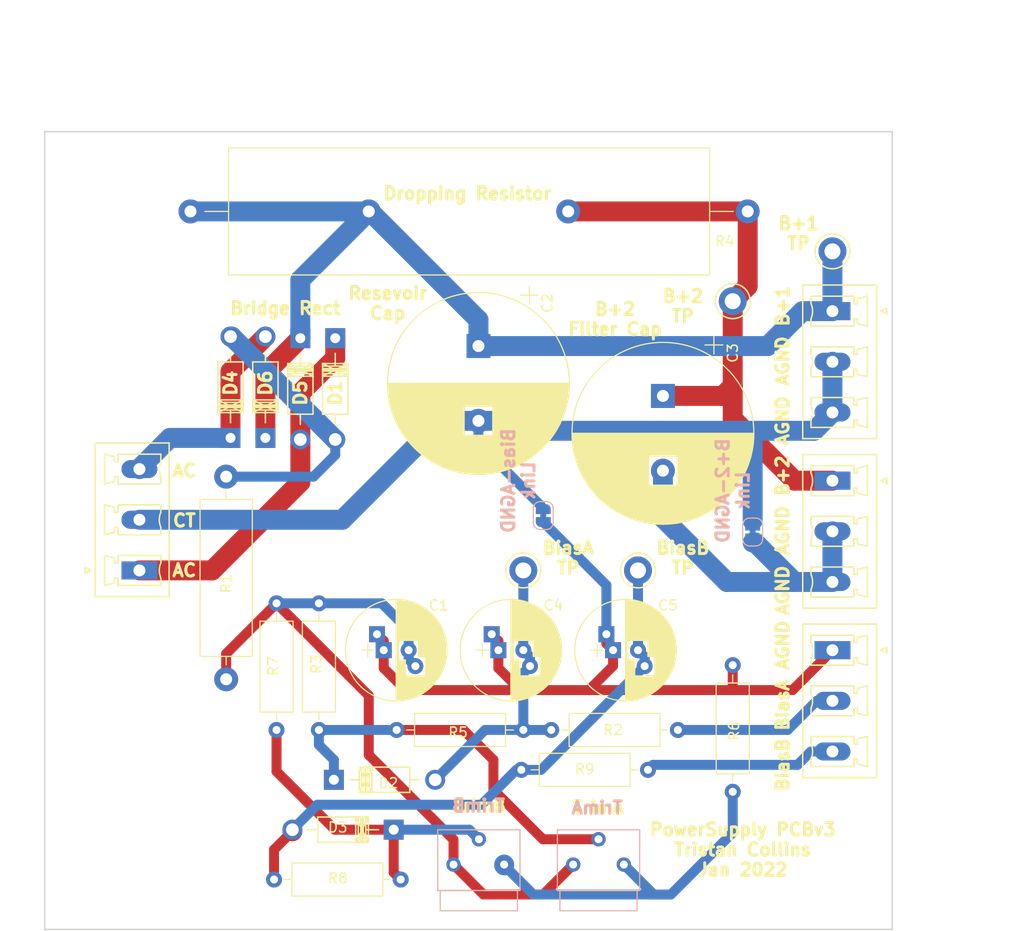
<source format=kicad_pcb>
(kicad_pcb (version 20211014) (generator pcbnew)
  (layers (0 "F.Cu" signal) (31 "B.Cu" signal) (34 "B.Paste" user) (35 "F.Paste" user) (36 "B.SilkS" user "B.Silkscreen") (37 "F.SilkS" user "F.Silkscreen") (38 "B.Mask" user) (39 "F.Mask" user) (44 "Edge.Cuts" user))
  (net 0 "")
  (net 1 "Net-(C1-Pad2)")
  (net 2 "BiasA")
  (net 3 "BiasB")
  (net 4 "Net-(D1-Pad2)")
  (net 5 "Net-(D2-Pad1)")
  (net 6 "Net-(D3-Pad1)")
  (net 7 "Net-(R6-Pad2)")
  (net 8 "Net-(D1-Pad1)")
  (net 9 "/B+1")
  (net 10 "/B+2")
  (net 11 "Net-(C3-Pad2)")
  (net 12 "Net-(C1-Pad1)")
  (net 13 "Net-(C2-Pad2)")
  (net 14 "Net-(D4-Pad1)")
  (net 15 "Net-(C4-Pad2)")
  (net 16 "Net-(C5-Pad2)")
  (footprint "Connectors_Phoenix:PhoenixContact_MCV-G_03x5.08mm_Vertical" (layer "F.Cu") (at 129 53 -90)
    (fp_text reference "J2" hide)
    (fp_text value "Screw_Terminal_1x03")
    (pad "1" thru_hole rect locked (at 0 0 270) (size 1.8 3.6) (drill 1.2) (layers *.Cu *.Mask) (net 9 "/B+1"))
    (pad "2" thru_hole oval locked (at 5.08 0 270) (size 1.8 3.6) (drill 1.2) (layers *.Cu *.Mask) (net 13 "Net-(C2-Pad2)"))
    (pad "3" thru_hole oval locked (at 10.16 0 270) (size 1.8 3.6) (drill 1.2) (layers *.Cu *.Mask) (net 13 "Net-(C2-Pad2)"))
  )
  (footprint "Connectors_Phoenix:PhoenixContact_MCV-G_03x5.08mm_Vertical" (layer "F.Cu") (at 129 70 -90)
    (fp_text reference "J5" hide)
    (fp_text value "Screw_Terminal_1x03")
    (pad "1" thru_hole rect locked (at 0 0 270) (size 1.8 3.6) (drill 1.2) (layers *.Cu *.Mask) (net 10 "/B+2"))
    (pad "2" thru_hole oval locked (at 5.08 0 270) (size 1.8 3.6) (drill 1.2) (layers *.Cu *.Mask) (net 11 "Net-(C3-Pad2)"))
    (pad "3" thru_hole oval locked (at 10.16 0 270) (size 1.8 3.6) (drill 1.2) (layers *.Cu *.Mask) (net 11 "Net-(C3-Pad2)"))
  )
  (footprint "Connectors_Phoenix:PhoenixContact_MCV-G_03x5.08mm_Vertical" (layer "F.Cu") (at 129 87 -90)
    (fp_text reference "J3" hide)
    (fp_text value "Screw_Terminal_1x03")
    (pad "1" thru_hole rect locked (at 0 0 270) (size 1.8 3.6) (drill 1.2) (layers *.Cu *.Mask) (net 12 "Net-(C1-Pad1)"))
    (pad "2" thru_hole oval locked (at 5.08 0 270) (size 1.8 3.6) (drill 1.2) (layers *.Cu *.Mask) (net 2 "BiasA"))
    (pad "3" thru_hole oval locked (at 10.16 0 270) (size 1.8 3.6) (drill 1.2) (layers *.Cu *.Mask) (net 3 "BiasB"))
  )
  (footprint "Mounting_Holes:MountingHole_3.2mm_M3" (layer "F.Cu") (at 130 40)
    (fp_text reference "REF**" hide)
    (fp_text value "MountingHole_3.2mm_M3")
    (pad "" np_thru_hole circle locked (at 0 0) (size 3.2 3.2) (drill 3.2) (layers *.Cu *.Mask))
  )
  (footprint "Mounting_Holes:MountingHole_3.2mm_M3" (layer "F.Cu") (at 130 110)
    (fp_text reference "REF**" hide)
    (fp_text value "MountingHole_3.2mm_M3")
    (pad "" np_thru_hole circle locked (at 0 0) (size 3.2 3.2) (drill 3.2) (layers *.Cu *.Mask))
  )
  (footprint "Mounting_Holes:MountingHole_3.2mm_M3" (layer "F.Cu") (at 55 110)
    (fp_text reference "REF**" hide)
    (fp_text value "MountingHole_3.2mm_M3")
    (pad "" np_thru_hole circle locked (at 0 0) (size 3.2 3.2) (drill 3.2) (layers *.Cu *.Mask))
  )
  (footprint "Diodes_THT:Diode_DO-41_SOD81_Horizontal_RM10" (layer "F.Cu") (at 79.13552 55.71248 -90)
    (fp_text reference "D1" hide)
    (fp_text value "D")
    (pad "1" thru_hole rect locked (at 0 -0.00254 90) (size 1.99898 1.99898) (drill 1.00076) (layers *.Cu *.Mask) (net 8 "Net-(D1-Pad1)"))
    (pad "2" thru_hole circle locked (at 10.16 -0.00254 90) (size 1.99898 1.99898) (drill 1.27) (layers *.Cu *.Mask) (net 4 "Net-(D1-Pad2)"))
  )
  (footprint "Diodes_THT:Diode_DO-41_SOD81_Horizontal_RM10" (layer "F.Cu") (at 68.63552 65.71248 90)
    (fp_text reference "D4" hide)
    (fp_text value "D")
    (pad "1" thru_hole rect locked (at 0 -0.00254 270) (size 1.99898 1.99898) (drill 1.00076) (layers *.Cu *.Mask) (net 14 "Net-(D4-Pad1)"))
    (pad "2" thru_hole circle locked (at 10.16 -0.00254 270) (size 1.99898 1.99898) (drill 1.27) (layers *.Cu *.Mask) (net 4 "Net-(D1-Pad2)"))
  )
  (footprint "Diodes_THT:Diode_DO-41_SOD81_Horizontal_RM10" (layer "F.Cu") (at 75.63552 55.71248 -90)
    (fp_text reference "D5" hide)
    (fp_text value "D")
    (pad "1" thru_hole rect locked (at 0 -0.00254 90) (size 1.99898 1.99898) (drill 1.00076) (layers *.Cu *.Mask) (net 9 "/B+1"))
    (pad "2" thru_hole circle locked (at 10.16 -0.00254 90) (size 1.99898 1.99898) (drill 1.27) (layers *.Cu *.Mask) (net 8 "Net-(D1-Pad1)"))
  )
  (footprint "Diodes_THT:Diode_DO-41_SOD81_Horizontal_RM10" (layer "F.Cu") (at 72.13552 65.71248 90)
    (fp_text reference "D6" hide)
    (fp_text value "D")
    (pad "1" thru_hole rect locked (at 0 -0.00254 270) (size 1.99898 1.99898) (drill 1.00076) (layers *.Cu *.Mask) (net 9 "/B+1"))
    (pad "2" thru_hole circle locked (at 10.16 -0.00254 270) (size 1.99898 1.99898) (drill 1.27) (layers *.Cu *.Mask) (net 14 "Net-(D4-Pad1)"))
  )
  (footprint "Measurement_Points:Test_Point_Keystone_5005-5009_Compact" (layer "F.Cu") (at 129 47)
    (fp_text reference "TP1" hide)
    (fp_text value "TP")
    (pad "1" thru_hole circle locked (at 0 0) (size 2.8 2.8) (drill 1.6) (layers *.Cu *.Mask) (net 9 "/B+1"))
  )
  (footprint "Measurement_Points:Test_Point_Keystone_5005-5009_Compact" (layer "F.Cu") (at 119 52)
    (fp_text reference "TP2" hide)
    (fp_text value "TP")
    (pad "1" thru_hole circle locked (at 0 0) (size 2.8 2.8) (drill 1.6) (layers *.Cu *.Mask) (net 10 "/B+2"))
  )
  (footprint "Capacitor_THT:CP_Radial_D18.0mm_P7.50mm" (layer "F.Cu") (at 93.5 56.5 -90)
    (fp_text reference "C2" (at -4.3 -6.9 90) (layer "F.SilkS"))
    (fp_text value "CP")
    (pad "1" thru_hole rect locked (at 0 0 270) (size 2.4 2.4) (drill 1.2) (layers *.Cu *.Mask) (net 9 "/B+1"))
    (pad "2" thru_hole circle locked (at 7.5 0 270) (size 2.4 2.4) (drill 1.2) (layers *.Cu *.Mask) (net 13 "Net-(C2-Pad2)"))
  )
  (footprint "Capacitor_THT:CP_Radial_D18.0mm_P7.50mm" (layer "F.Cu") (at 112 61.5 -90)
    (fp_text reference "C3" (at -4.3 -7 90) (layer "F.SilkS"))
    (fp_text value "CP")
    (pad "1" thru_hole rect locked (at 0 0 270) (size 2.4 2.4) (drill 1.2) (layers *.Cu *.Mask) (net 10 "/B+2"))
    (pad "2" thru_hole circle locked (at 7.5 0 270) (size 2.4 2.4) (drill 1.2) (layers *.Cu *.Mask) (net 11 "Net-(C3-Pad2)"))
  )
  (footprint "Resistor_THT:R_Axial_Power_L48.0mm_W12.5mm_P55.88mm" (layer "F.Cu") (at 120.5 43 180)
    (fp_text reference "R4" (at 2.3 -3 180) (layer "F.SilkS"))
    (fp_text value "R")
    (pad "1" thru_hole circle locked (at 18 0 180) (size 2.4 2.4) (drill 1.2) (layers *.Cu *.Mask) (net 10 "/B+2"))
    (pad "1" thru_hole circle locked (at 0 0 180) (size 2.4 2.4) (drill 1.2) (layers *.Cu *.Mask) (net 10 "/B+2"))
    (pad "2" thru_hole oval locked (at 55.88 0 180) (size 2.4 2.4) (drill 1.2) (layers *.Cu *.Mask) (net 9 "/B+1"))
    (pad "2" thru_hole oval locked (at 38 0 180) (size 2.4 2.4) (drill 1.2) (layers *.Cu *.Mask) (net 9 "/B+1"))
  )
  (footprint "Connectors_Phoenix:PhoenixContact_MCV-G_03x5.08mm_Vertical" (layer "F.Cu") (at 59.5 79 90)
    (fp_text reference "J1" hide)
    (fp_text value "Screw_Terminal_1x03")
    (pad "1" thru_hole rect locked (at 0 0 90) (size 1.8 3.6) (drill 1.2) (layers *.Cu *.Mask) (net 8 "Net-(D1-Pad1)"))
    (pad "2" thru_hole oval locked (at 5.08 0 90) (size 1.8 3.6) (drill 1.2) (layers *.Cu *.Mask) (net 13 "Net-(C2-Pad2)"))
    (pad "3" thru_hole oval locked (at 10.16 0 90) (size 1.8 3.6) (drill 1.2) (layers *.Cu *.Mask) (net 14 "Net-(D4-Pad1)"))
  )
  (footprint "Capacitors_THT:CP_Radial_D10.0mm_P2.50mm_P5.00mm" (layer "F.Cu") (at 107 87)
    (fp_text reference "C5" (at 5.5 -4.5) (layer "F.SilkS"))
    (fp_text value "CP")
    (pad "1" thru_hole rect locked (at -0.670937 -1.6) (size 1.6 1.6) (drill 0.8) (layers *.Cu *.Mask) (net 12 "Net-(C1-Pad1)"))
    (pad "1" thru_hole rect locked (at 0 0) (size 1.6 1.6) (drill 0.8) (layers *.Cu *.Mask) (net 12 "Net-(C1-Pad1)"))
    (pad "2" thru_hole circle locked (at 2.5 0) (size 1.6 1.6) (drill 0.8) (layers *.Cu *.Mask) (net 16 "Net-(C5-Pad2)"))
    (pad "2" thru_hole circle locked (at 3.170937 1.6) (size 1.6 1.6) (drill 0.8) (layers *.Cu *.Mask) (net 16 "Net-(C5-Pad2)"))
  )
  (footprint "Capacitors_THT:CP_Radial_D10.0mm_P2.50mm_P5.00mm" (layer "F.Cu") (at 95.5 87)
    (fp_text reference "C4" (at 5.5 -4.5) (layer "F.SilkS"))
    (fp_text value "CP")
    (pad "1" thru_hole rect locked (at 0 0) (size 1.6 1.6) (drill 0.8) (layers *.Cu *.Mask) (net 12 "Net-(C1-Pad1)"))
    (pad "1" thru_hole rect locked (at -0.670937 -1.6) (size 1.6 1.6) (drill 0.8) (layers *.Cu *.Mask) (net 12 "Net-(C1-Pad1)"))
    (pad "2" thru_hole circle locked (at 3.170937 1.6) (size 1.6 1.6) (drill 0.8) (layers *.Cu *.Mask) (net 15 "Net-(C4-Pad2)"))
    (pad "2" thru_hole circle locked (at 2.5 0) (size 1.6 1.6) (drill 0.8) (layers *.Cu *.Mask) (net 15 "Net-(C4-Pad2)"))
  )
  (footprint "Capacitors_THT:CP_Radial_D10.0mm_P2.50mm_P5.00mm" (layer "F.Cu") (at 84 87)
    (fp_text reference "C1" (at 5.5 -4.5) (layer "F.SilkS"))
    (fp_text value "CP")
    (pad "1" thru_hole rect locked (at -0.670937 -1.6) (size 1.6 1.6) (drill 0.8) (layers *.Cu *.Mask) (net 12 "Net-(C1-Pad1)"))
    (pad "1" thru_hole rect locked (at 0 0) (size 1.6 1.6) (drill 0.8) (layers *.Cu *.Mask) (net 12 "Net-(C1-Pad1)"))
    (pad "2" thru_hole circle locked (at 3.170937 1.6) (size 1.6 1.6) (drill 0.8) (layers *.Cu *.Mask) (net 1 "Net-(C1-Pad2)"))
    (pad "2" thru_hole circle locked (at 2.5 0) (size 1.6 1.6) (drill 0.8) (layers *.Cu *.Mask) (net 1 "Net-(C1-Pad2)"))
  )
  (footprint "Resistor_THT:R_Axial_DIN0516_L15.5mm_D5.0mm_P20.32mm_Horizontal" (layer "F.Cu") (at 68.2 89.916 90)
    (fp_text reference "R1" (at 9.6 0 90) (layer "F.SilkS"))
    (fp_text value "R")
    (pad "1" thru_hole circle locked (at 0 0 90) (size 2.4 2.4) (drill 1.2) (layers *.Cu *.Mask) (net 1 "Net-(C1-Pad2)"))
    (pad "2" thru_hole oval locked (at 20.32 0 90) (size 2.4 2.4) (drill 1.2) (layers *.Cu *.Mask) (net 4 "Net-(D1-Pad2)"))
  )
  (footprint "Resistors_THT:R_Axial_DIN0309_L9.0mm_D3.2mm_P12.70mm_Horizontal" (layer "F.Cu") (at 98 95 180)
    (fp_text reference "R5" (at 6.545 -0.25 180) (layer "F.SilkS"))
    (fp_text value "R")
    (pad "1" thru_hole circle locked (at 0 0 180) (size 1.6 1.6) (drill 0.8) (layers *.Cu *.Mask) (net 15 "Net-(C4-Pad2)"))
    (pad "2" thru_hole oval locked (at 12.7 0 180) (size 1.6 1.6) (drill 0.8) (layers *.Cu *.Mask) (net 5 "Net-(D2-Pad1)"))
  )
  (footprint "Diodes_THT:Diode_DO-41_SOD81_Horizontal_RM10" (layer "F.Cu") (at 85 105 180)
    (fp_text reference "D3" (at 5.61 0.225 180) (layer "F.SilkS"))
    (fp_text value "D")
    (pad "1" thru_hole rect locked (at 0 -0.00254) (size 1.99898 1.99898) (drill 1.00076) (layers *.Cu *.Mask) (net 6 "Net-(D3-Pad1)"))
    (pad "2" thru_hole circle locked (at 10.16 -0.00254) (size 1.99898 1.99898) (drill 1.27) (layers *.Cu *.Mask) (net 16 "Net-(C5-Pad2)"))
  )
  (footprint "Diodes_THT:Diode_DO-41_SOD81_Horizontal_RM10" (layer "F.Cu") (at 79 100)
    (fp_text reference "D2" (at 5.47 0.33) (layer "F.SilkS"))
    (fp_text value "D")
    (pad "1" thru_hole rect locked (at 0 -0.00254 180) (size 1.99898 1.99898) (drill 1.00076) (layers *.Cu *.Mask) (net 5 "Net-(D2-Pad1)"))
    (pad "2" thru_hole circle locked (at 10.16 -0.00254 180) (size 1.99898 1.99898) (drill 1.27) (layers *.Cu *.Mask) (net 15 "Net-(C4-Pad2)"))
  )
  (footprint "Resistors_THT:R_Axial_DIN0309_L9.0mm_D3.2mm_P12.70mm_Horizontal" (layer "F.Cu") (at 77.5 95 90)
    (fp_text reference "R3" (at 6.595 -0.25 270) (layer "F.SilkS"))
    (fp_text value "R")
    (pad "1" thru_hole circle locked (at 0 0 90) (size 1.6 1.6) (drill 0.8) (layers *.Cu *.Mask) (net 5 "Net-(D2-Pad1)"))
    (pad "2" thru_hole oval locked (at 12.7 0 90) (size 1.6 1.6) (drill 0.8) (layers *.Cu *.Mask) (net 1 "Net-(C1-Pad2)"))
  )
  (footprint "Resistors_THT:R_Axial_DIN0309_L9.0mm_D3.2mm_P12.70mm_Horizontal" (layer "F.Cu") (at 110.5 99 180)
    (fp_text reference "R9" (at 6.345 0.075 180) (layer "F.SilkS"))
    (fp_text value "R")
    (pad "1" thru_hole circle locked (at 0 0 180) (size 1.6 1.6) (drill 0.8) (layers *.Cu *.Mask) (net 3 "BiasB"))
    (pad "2" thru_hole oval locked (at 12.7 0 180) (size 1.6 1.6) (drill 0.8) (layers *.Cu *.Mask) (net 16 "Net-(C5-Pad2)"))
  )
  (footprint "Resistors_THT:R_Axial_DIN0309_L9.0mm_D3.2mm_P12.70mm_Horizontal" (layer "F.Cu") (at 113.5 95 180)
    (fp_text reference "R2" (at 6.5 0 180) (layer "F.SilkS"))
    (fp_text value "R")
    (pad "1" thru_hole circle locked (at 0 0 180) (size 1.6 1.6) (drill 0.8) (layers *.Cu *.Mask) (net 2 "BiasA"))
    (pad "2" thru_hole oval locked (at 12.7 0 180) (size 1.6 1.6) (drill 0.8) (layers *.Cu *.Mask) (net 15 "Net-(C4-Pad2)"))
  )
  (footprint "Measurement_Points:Test_Point_Keystone_5005-5009_Compact" (layer "F.Cu") (at 109.5 79)
    (fp_text reference "TP4" hide)
    (fp_text value "TP")
    (pad "1" thru_hole circle locked (at 0 0) (size 2.8 2.8) (drill 1.6) (layers *.Cu *.Mask) (net 16 "Net-(C5-Pad2)"))
  )
  (footprint "Measurement_Points:Test_Point_Keystone_5005-5009_Compact" (layer "F.Cu") (at 98 79)
    (fp_text reference "TP3" hide)
    (fp_text value "TP")
    (pad "1" thru_hole circle locked (at 0 0) (size 2.8 2.8) (drill 1.6) (layers *.Cu *.Mask) (net 15 "Net-(C4-Pad2)"))
  )
  (footprint "Resistors_THT:R_Axial_DIN0309_L9.0mm_D3.2mm_P12.70mm_Horizontal" (layer "F.Cu") (at 73 110)
    (fp_text reference "R8" (at 6.39 -0.145) (layer "F.SilkS"))
    (fp_text value "R")
    (pad "1" thru_hole circle locked (at 0 0) (size 1.6 1.6) (drill 0.8) (layers *.Cu *.Mask) (net 16 "Net-(C5-Pad2)"))
    (pad "2" thru_hole oval locked (at 12.7 0) (size 1.6 1.6) (drill 0.8) (layers *.Cu *.Mask) (net 6 "Net-(D3-Pad1)"))
  )
  (footprint "Resistors_THT:R_Axial_DIN0309_L9.0mm_D3.2mm_P12.70mm_Horizontal" (layer "F.Cu") (at 73.25 95 90)
    (fp_text reference "R7" (at 6.405 -0.33 270) (layer "F.SilkS"))
    (fp_text value "R")
    (pad "1" thru_hole circle locked (at 0 0 90) (size 1.6 1.6) (drill 0.8) (layers *.Cu *.Mask) (net 6 "Net-(D3-Pad1)"))
    (pad "2" thru_hole oval locked (at 12.7 0 90) (size 1.6 1.6) (drill 0.8) (layers *.Cu *.Mask) (net 1 "Net-(C1-Pad2)"))
  )
  (footprint "Resistors_THT:R_Axial_DIN0309_L9.0mm_D3.2mm_P12.70mm_Horizontal" (layer "F.Cu") (at 119 88.5 -90)
    (fp_text reference "R6" (at 6.605 -0.125 -90) (layer "F.SilkS"))
    (fp_text value "R")
    (pad "1" thru_hole circle locked (at 0 0 270) (size 1.6 1.6) (drill 0.8) (layers *.Cu *.Mask) (net 12 "Net-(C1-Pad1)"))
    (pad "2" thru_hole oval locked (at 12.7 0 270) (size 1.6 1.6) (drill 0.8) (layers *.Cu *.Mask) (net 7 "Net-(R6-Pad2)"))
  )
  (footprint "Mounting_Holes:MountingHole_3.2mm_M3" (layer "F.Cu") (at 55 40)
    (fp_text reference "REF**" hide)
    (fp_text value "MountingHole_3.2mm_M3")
    (pad "" np_thru_hole circle locked (at 0 0) (size 3.2 3.2) (drill 3.2) (layers *.Cu *.Mask))
  )
  (footprint "Jumper:SolderJumper-2_P1.3mm_Bridged_RoundedPad1.0x1.5mm" (layer "B.Cu") (at 121 75.15 -90)
    (fp_text reference "JP1" hide)
    (fp_text value "Jumper_2_Bridged")
    (fp_poly (pts (xy 0.25 0.3) (xy -0.25 0.3) (xy -0.25 -0.3) (xy 0.25 -0.3)) (layer "B.Cu") (width 0) (fill solid))
    (pad "1" smd custom locked (at -0.65 0 270) (size 1 0.5) (layers "B.Cu" "B.Mask") (net 13 "Net-(C2-Pad2)") (options (clearance outline) (anchor rect)) (primitives (gr_circle (center 0 -0.25) (end 0.5 -0.25) (width 0) (fill yes)) (gr_circle (center 0 0.25) (end 0.5 0.25) (width 0) (fill yes)) (gr_poly (pts (xy 0.5 0.75) (xy 0 0.75) (xy 0 -0.75) (xy 0.5 -0.75)) (width 0) (fill yes))))
    (pad "2" smd custom locked (at 0.65 0 270) (size 1 0.5) (layers "B.Cu" "B.Mask") (net 11 "Net-(C3-Pad2)") (options (clearance outline) (anchor rect)) (primitives (gr_circle (center 0 -0.25) (end 0.5 -0.25) (width 0) (fill yes)) (gr_circle (center 0 0.25) (end 0.5 0.25) (width 0) (fill yes)) (gr_poly (pts (xy 0 0.75) (xy -0.5 0.75) (xy -0.5 -0.75) (xy 0 -0.75)) (width 0) (fill yes))))
  )
  (footprint "Jumper:SolderJumper-2_P1.3mm_Bridged_RoundedPad1.0x1.5mm" (layer "B.Cu") (at 100 73.5 -90)
    (fp_text reference "JP2" hide)
    (fp_text value "Jumper_2_Bridged")
    (fp_poly (pts (xy 0.25 0.3) (xy -0.25 0.3) (xy -0.25 -0.3) (xy 0.25 -0.3)) (layer "B.Cu") (width 0) (fill solid))
    (pad "1" smd custom locked (at -0.65 0 270) (size 1 0.5) (layers "B.Cu" "B.Mask") (net 13 "Net-(C2-Pad2)") (options (clearance outline) (anchor rect)) (primitives (gr_circle (center 0 -0.25) (end 0.5 -0.25) (width 0) (fill yes)) (gr_circle (center 0 0.25) (end 0.5 0.25) (width 0) (fill yes)) (gr_poly (pts (xy 0.5 0.75) (xy 0 0.75) (xy 0 -0.75) (xy 0.5 -0.75)) (width 0) (fill yes))))
    (pad "2" smd custom locked (at 0.65 0 270) (size 1 0.5) (layers "B.Cu" "B.Mask") (net 12 "Net-(C1-Pad1)") (options (clearance outline) (anchor rect)) (primitives (gr_circle (center 0 -0.25) (end 0.5 -0.25) (width 0) (fill yes)) (gr_circle (center 0 0.25) (end 0.5 0.25) (width 0) (fill yes)) (gr_poly (pts (xy 0 0.75) (xy -0.5 0.75) (xy -0.5 -0.75) (xy 0 -0.75)) (width 0) (fill yes))))
  )
  (footprint "Potentiometers:Potentiometer_Trimmer_Bourns_3339S_Vertical" (layer "B.Cu") (at 91 108.5 -90)
    (fp_text reference "RV2" hide)
    (fp_text value "POT_TRIM")
    (pad "1" thru_hole circle locked (at 0 0 270) (size 1.44 1.44) (drill 0.8) (layers *.Cu *.Mask) (net 1 "Net-(C1-Pad2)"))
    (pad "2" thru_hole circle locked (at -2.54 -2.54 270) (size 1.44 1.44) (drill 0.8) (layers *.Cu *.Mask) (net 6 "Net-(D3-Pad1)"))
    (pad "3" thru_hole circle locked (at 0 -5.08 270) (size 1.44 1.44) (drill 0.8) (layers *.Cu *.Mask) (net 7 "Net-(R6-Pad2)"))
  )
  (footprint "Potentiometers:Potentiometer_Trimmer_Bourns_3339S_Vertical" (layer "B.Cu") (at 103 108.5 -90)
    (fp_text reference "RV1" hide)
    (fp_text value "POT_TRIM")
    (pad "1" thru_hole circle locked (at 0 0 270) (size 1.44 1.44) (drill 0.8) (layers *.Cu *.Mask) (net 1 "Net-(C1-Pad2)"))
    (pad "2" thru_hole circle locked (at -2.54 -2.54 270) (size 1.44 1.44) (drill 0.8) (layers *.Cu *.Mask) (net 5 "Net-(D2-Pad1)"))
    (pad "3" thru_hole circle locked (at 0 -5.08 270) (size 1.44 1.44) (drill 0.8) (layers *.Cu *.Mask) (net 7 "Net-(R6-Pad2)"))
  )
  (gr_line (start 50 115) (end 135 115) (layer "Edge.Cuts") (width 0.15))
  (gr_line (start 135 35) (end 135 115) (layer "Edge.Cuts") (width 0.15))
  (gr_line (start 50 35) (end 135 35) (layer "Edge.Cuts") (width 0.15))
  (gr_line (start 50 115) (end 50 35) (layer "Edge.Cuts") (width 0.15))
  (gr_text "Bias-AGND\nLink" (at 97.5 70 90) (layer "B.SilkS") (effects (font (size 1.25 1.25) (thickness 0.3)) (justify mirror)))
  (gr_text "B+2-AGND\nLink" (at 119 71 90) (layer "B.SilkS") (effects (font (size 1.25 1.25) (thickness 0.3)) (justify mirror)))
  (gr_text "TrimB" (at 93.5 102.6) (layer "B.SilkS") (effects (font (size 1.25 1.25) (thickness 0.3)) (justify mirror)))
  (gr_text "TrimA" (at 105.4 102.8) (layer "B.SilkS") (effects (font (size 1.25 1.25) (thickness 0.3)) (justify mirror)))
  (gr_text "AGND" (at 124 75 90) (layer "F.SilkS") (effects (font (size 1.25 1.25) (thickness 0.3))))
  (gr_text "CT" (at 64 74) (layer "F.SilkS") (effects (font (size 1.25 1.25) (thickness 0.3))))
  (gr_text "AC" (at 64 79) (layer "F.SilkS") (effects (font (size 1.25 1.25) (thickness 0.3))))
  (gr_text "TrimB" (at 93.6 102.6) (layer "F.SilkS") (effects (font (size 1.25 1.25) (thickness 0.3))))
  (gr_text "TrimA" (at 105.5 102.8) (layer "F.SilkS") (effects (font (size 1.25 1.25) (thickness 0.3))))
  (gr_text "BiasB\nTP" (at 114 77.75) (layer "F.SilkS") (effects (font (size 1.25 1.25) (thickness 0.3))))
  (gr_text "BiasA\nTP" (at 102.5 77.75) (layer "F.SilkS") (effects (font (size 1.25 1.25) (thickness 0.3))))
  (gr_text "PowerSupply PCBv3\nTristan Collins\nJan 2022" (at 120 107) (layer "F.SilkS") (effects (font (size 1.25 1.25) (thickness 0.3))))
  (gr_text "B+2\nFilter Cap" (at 107.2 53.8) (layer "F.SilkS") (effects (font (size 1.25 1.25) (thickness 0.3))))
  (gr_text "Resevoir\nCap" (at 84.4 52.2) (layer "F.SilkS") (effects (font (size 1.25 1.25) (thickness 0.3))))
  (gr_text "B+1\nTP" (at 125.6 45.2) (layer "F.SilkS") (effects (font (size 1.25 1.25) (thickness 0.3))))
  (gr_text "AGND" (at 124 86.5 90) (layer "F.SilkS") (effects (font (size 1.25 1.25) (thickness 0.3))))
  (gr_text "D1" (at 79.13552 61.21248 90) (layer "F.SilkS") (effects (font (size 1.25 1.25) (thickness 0.3))))
  (gr_text "D6" (at 72.13552 60.21248 90) (layer "F.SilkS") (effects (font (size 1.25 1.25) (thickness 0.3))))
  (gr_text "AGND" (at 124 58 90) (layer "F.SilkS") (effects (font (size 1.25 1.25) (thickness 0.3))))
  (gr_text "D4" (at 68.63552 60.21248 90) (layer "F.SilkS") (effects (font (size 1.25 1.25) (thickness 0.3))))
  (gr_text "B+1" (at 124 52.5 90) (layer "F.SilkS") (effects (font (size 1.25 1.25) (thickness 0.3))))
  (gr_text "BiasB" (at 124 98.5 90) (layer "F.SilkS") (effects (font (size 1.25 1.25) (thickness 0.3))))
  (gr_text "AGND" (at 124 81 90) (layer "F.SilkS") (effects (font (size 1.25 1.25) (thickness 0.3))))
  (gr_text "B+2\nTP" (at 114 52.5) (layer "F.SilkS") (effects (font (size 1.25 1.25) (thickness 0.3))))
  (gr_text "AC" (at 64 69) (layer "F.SilkS") (effects (font (size 1.25 1.25) (thickness 0.3))))
  (gr_text "Bridge Rect" (at 74.13552 52.71248) (layer "F.SilkS") (effects (font (size 1.25 1.25) (thickness 0.3))))
  (gr_text "AGND" (at 124 64 90) (layer "F.SilkS") (effects (font (size 1.25 1.25) (thickness 0.3))))
  (gr_text "BiasA" (at 124 92.5 90) (layer "F.SilkS") (effects (font (size 1.25 1.25) (thickness 0.3))))
  (gr_text "Dropping Resistor" (at 92.4 41.2) (layer "F.SilkS") (effects (font (size 1.25 1.25) (thickness 0.3))))
  (gr_text "B+2" (at 124 69.5 90) (layer "F.SilkS") (effects (font (size 1.25 1.25) (thickness 0.3))))
  (gr_text "D5" (at 75.63552 61.21248 90) (layer "F.SilkS") (effects (font (size 1.25 1.25) (thickness 0.3))))
  (segment (start 100 111.5) (end 103 108.5) (width 1) (layer "F.Cu") (net 1))
  (segment (start 91 108.5) (end 94 111.5) (width 1) (layer "F.Cu") (net 1))
  (segment (start 94 111.5) (end 100 111.5) (width 1) (layer "F.Cu") (net 1))
  (segment (start 82.5 97.5) (end 91 106) (width 1) (layer "F.Cu") (net 1))
  (segment (start 73.25 82.3) (end 82.5 91.55) (width 1) (layer "F.Cu") (net 1))
  (segment (start 68.2 89.916) (end 68.2 87.35) (width 1) (layer "F.Cu") (net 1))
  (segment (start 68.2 87.35) (end 73.25 82.3) (width 1) (layer "F.Cu") (net 1))
  (segment (start 82.5 91.55) (end 82.5 97.5) (width 1) (layer "F.Cu") (net 1))
  (segment (start 91 106) (end 91 108.5) (width 1) (layer "F.Cu") (net 1))
  (segment (start 86.5 87.929063) (end 87.170937 88.6) (width 1) (layer "B.Cu") (net 1))
  (segment (start 86.5 87) (end 86.5 87.929063) (width 1) (layer "B.Cu") (net 1))
  (segment (start 86.5 87) (end 86.5 85) (width 1) (layer "B.Cu") (net 1))
  (segment (start 86.5 85) (end 83.8 82.3) (width 1) (layer "B.Cu") (net 1))
  (segment (start 73.25 82.3) (end 83.8 82.3) (width 1) (layer "B.Cu") (net 1))
  (segment (start 113.5 95) (end 124.5 95) (width 1) (layer "B.Cu") (net 2))
  (segment (start 124.5 95) (end 127.42 92.08) (width 1) (layer "B.Cu") (net 2))
  (segment (start 127.42 92.08) (end 129 92.08) (width 1) (layer "B.Cu") (net 2))
  (segment (start 126.84 97.16) (end 129 97.16) (width 1) (layer "B.Cu") (net 3))
  (segment (start 110.5 99) (end 111 98.5) (width 1) (layer "B.Cu") (net 3))
  (segment (start 125.5 98.5) (end 126.84 97.16) (width 1) (layer "B.Cu") (net 3))
  (segment (start 111 98.5) (end 125.5 98.5) (width 1) (layer "B.Cu") (net 3))
  (segment (start 79.12152 65.87248) (end 79.13806 65.87248) (width 2) (layer "B.Cu") (net 4))
  (segment (start 68.63298 55.55248) (end 68.76048 55.55248) (width 2) (layer "B.Cu") (net 4))
  (segment (start 75.46152 62.21248) (end 79.12152 65.87248) (width 2) (layer "B.Cu") (net 4))
  (segment (start 79.13806 65.87248) (end 79.13806 67.41994) (width 1) (layer "B.Cu") (net 4))
  (segment (start 75.42048 62.21248) (end 75.46152 62.21248) (width 2) (layer "B.Cu") (net 4))
  (segment (start 68.76048 55.55248) (end 75.42048 62.21248) (width 2) (layer "B.Cu") (net 4))
  (segment (start 79.13806 67.41994) (end 76.962 69.596) (width 1) (layer "B.Cu") (net 4))
  (segment (start 76.962 69.596) (end 68.2 69.596) (width 1) (layer "B.Cu") (net 4))
  (segment (start 92 95) (end 95 98) (width 1) (layer "F.Cu") (net 5))
  (segment (start 95 98) (end 95 101) (width 1) (layer "F.Cu") (net 5))
  (segment (start 95 101) (end 99.96 105.96) (width 1) (layer "F.Cu") (net 5))
  (segment (start 99.96 105.96) (end 105.54 105.96) (width 1) (layer "F.Cu") (net 5))
  (segment (start 85.3 95) (end 92 95) (width 1) (layer "F.Cu") (net 5))
  (segment (start 77.5 95) (end 85.3 95) (width 1) (layer "B.Cu") (net 5))
  (segment (start 79 98) (end 77.5 96.5) (width 1) (layer "B.Cu") (net 5))
  (segment (start 79 99.99746) (end 79 98) (width 1) (layer "B.Cu") (net 5))
  (segment (start 77.5 96.5) (end 77.5 95) (width 1) (layer "B.Cu") (net 5))
  (segment (start 85 109.3) (end 85.7 110) (width 1) (layer "F.Cu") (net 6))
  (segment (start 85 105.00254) (end 85 109.3) (width 1) (layer "F.Cu") (net 6))
  (segment (start 73.25 99.158) (end 79.09454 105.00254) (width 1) (layer "F.Cu") (net 6))
  (segment (start 73.25 95) (end 73.25 99.158) (width 1) (layer "F.Cu") (net 6))
  (segment (start 79.09454 105.00254) (end 85 105.00254) (width 1) (layer "F.Cu") (net 6))
  (segment (start 92.58254 105.00254) (end 93.54 105.96) (width 1) (layer "B.Cu") (net 6))
  (segment (start 85 105.00254) (end 92.58254 105.00254) (width 1) (layer "B.Cu") (net 6))
  (segment (start 96.08 108.5) (end 96.08 108.58) (width 2) (layer "B.Cu") (net 7))
  (segment (start 111.086 111.506) (end 108.08 108.5) (width 1) (layer "B.Cu") (net 7))
  (segment (start 112.794 111.506) (end 111.086 111.506) (width 1) (layer "B.Cu") (net 7))
  (segment (start 119 101.2) (end 119 105.3) (width 1) (layer "B.Cu") (net 7))
  (segment (start 99 111.5) (end 96.08 108.58) (width 1) (layer "B.Cu") (net 7))
  (segment (start 119 105.3) (end 112.794 111.506) (width 1) (layer "B.Cu") (net 7))
  (segment (start 110.998 111.5) (end 99 111.5) (width 1) (layer "B.Cu") (net 7))
  (segment (start 75.63806 61.20994) (end 79.13806 57.70994) (width 2) (layer "F.Cu") (net 8))
  (segment (start 79.13806 57.70994) (end 79.13806 55.71248) (width 2) (layer "F.Cu") (net 8))
  (segment (start 66.796 79) (end 75.63806 70.15794) (width 2) (layer "F.Cu") (net 8))
  (segment (start 75.63806 70.15794) (end 75.63806 66.605402) (width 2) (layer "F.Cu") (net 8))
  (segment (start 59.5 79) (end 66.796 79) (width 2) (layer "F.Cu") (net 8))
  (segment (start 75.63806 65.87248) (end 75.63806 61.20994) (width 2) (layer "F.Cu") (net 8))
  (segment (start 75.63806 66.605402) (end 75.63806 65.87248) (width 2) (layer "F.Cu") (net 8))
  (segment (start 72.13298 59.21756) (end 75.63806 55.71248) (width 2) (layer "F.Cu") (net 9))
  (segment (start 72.13298 65.71248) (end 72.13298 59.21756) (width 2) (layer "F.Cu") (net 9))
  (segment (start 82.5 43) (end 82.624 43) (width 2) (layer "B.Cu") (net 9))
  (segment (start 93.5 56.5) (end 122.5 56.5) (width 2) (layer "B.Cu") (net 9))
  (segment (start 75.63806 55.71248) (end 75.63806 49.86194) (width 2) (layer "B.Cu") (net 9))
  (segment (start 64.62 43) (end 82.5 43) (width 2) (layer "B.Cu") (net 9))
  (segment (start 122.5 56.5) (end 126 53) (width 2) (layer "B.Cu") (net 9))
  (segment (start 82.624 43) (end 93.5 53.876) (width 2) (layer "B.Cu") (net 9))
  (segment (start 75.63806 49.86194) (end 82.5 43) (width 2) (layer "B.Cu") (net 9))
  (segment (start 93.5 53.876) (end 93.5 56.5) (width 2) (layer "B.Cu") (net 9))
  (segment (start 129 53) (end 129 47) (width 2) (layer "B.Cu") (net 9))
  (segment (start 126 53) (end 129 53) (width 2) (layer "B.Cu") (net 9))
  (segment (start 125.2 70) (end 129 70) (width 2) (layer "F.Cu") (net 10))
  (segment (start 119 63.8) (end 125.2 70) (width 2) (layer "F.Cu") (net 10))
  (segment (start 112 61.5) (end 118 61.5) (width 2) (layer "F.Cu") (net 10))
  (segment (start 119 52) (end 119 60.5) (width 2) (layer "F.Cu") (net 10))
  (segment (start 120.5 43) (end 120.5 50.5) (width 2) (layer "F.Cu") (net 10))
  (segment (start 118 61.5) (end 119 60.5) (width 2) (layer "F.Cu") (net 10))
  (segment (start 120.5 50.5) (end 119 52) (width 2) (layer "F.Cu") (net 10))
  (segment (start 119 60.5) (end 119 63.8) (width 2) (layer "F.Cu") (net 10))
  (segment (start 120.5 43) (end 102.5 43) (width 2) (layer "F.Cu") (net 10))
  (segment (start 125.2 80.16) (end 121.24001 76.20001) (width 2) (layer "B.Cu") (net 11))
  (segment (start 121.24001 76.20001) (end 121 76.20001) (width 2) (layer "B.Cu") (net 11))
  (segment (start 112 73.75) (end 118.41 80.16) (width 2) (layer "B.Cu") (net 11))
  (segment (start 118.41 80.16) (end 125.2 80.16) (width 2) (layer "B.Cu") (net 11))
  (segment (start 129 80.16) (end 125.2 80.16) (width 2) (layer "B.Cu") (net 11))
  (segment (start 112 69) (end 112 73.75) (width 2) (layer "B.Cu") (net 11))
  (segment (start 129 80.16) (end 129 75.08) (width 2) (layer "B.Cu") (net 11))
  (segment (start 125 91) (end 129 87) (width 1) (layer "F.Cu") (net 12))
  (segment (start 106.329063 85.4) (end 106.329063 86.329063) (width 1) (layer "F.Cu") (net 12))
  (segment (start 84 87) (end 84 86.070937) (width 1) (layer "F.Cu") (net 12))
  (segment (start 106.329063 86.329063) (end 107 87) (width 1) (layer "F.Cu") (net 12))
  (segment (start 84 86.070937) (end 83.329063 85.4) (width 1) (layer "F.Cu") (net 12))
  (segment (start 97.7 91) (end 86.2 91) (width 1) (layer "F.Cu") (net 12))
  (segment (start 86.2 91) (end 84 88.8) (width 1) (layer "F.Cu") (net 12))
  (segment (start 84 88.8) (end 84 87) (width 1) (layer "F.Cu") (net 12))
  (segment (start 95.5 87) (end 95.5 86.070937) (width 1) (layer "F.Cu") (net 12))
  (segment (start 95.5 86.070937) (end 94.829063 85.4) (width 1) (layer "F.Cu") (net 12))
  (segment (start 97.7 91) (end 95.5 88.8) (width 1) (layer "F.Cu") (net 12))
  (segment (start 104.720002 91) (end 97.7 91) (width 1) (layer "F.Cu") (net 12))
  (segment (start 95.5 88.8) (end 95.5 87) (width 1) (layer "F.Cu") (net 12))
  (segment (start 119 88.5) (end 119 91) (width 1) (layer "F.Cu") (net 12))
  (segment (start 119 91) (end 125 91) (width 1) (layer "F.Cu") (net 12))
  (segment (start 104.58 91) (end 107 88.58) (width 1) (layer "F.Cu") (net 12))
  (segment (start 107 88.58) (end 107 87) (width 1) (layer "F.Cu") (net 12))
  (segment (start 119 91) (end 104.58 91) (width 1) (layer "F.Cu") (net 12))
  (segment (start 100 74.15) (end 106.329063 80.479063) (width 1) (layer "B.Cu") (net 12))
  (segment (start 106.329063 80.479063) (end 106.329063 85.4) (width 1) (layer "B.Cu") (net 12))
  (segment (start 121 65) (end 127.16 65) (width 2) (layer "B.Cu") (net 13))
  (segment (start 89.76848 64) (end 93.5 64) (width 2) (layer "B.Cu") (net 13))
  (segment (start 129 63.16) (end 129 58.08) (width 2) (layer "B.Cu") (net 13))
  (segment (start 93.5 64) (end 97.75 64) (width 2) (layer "B.Cu") (net 13))
  (segment (start 97.75 64) (end 98.75 65) (width 2) (layer "B.Cu") (net 13))
  (segment (start 93.5 64) (end 93.5 66.25) (width 1) (layer "B.Cu") (net 13))
  (segment (start 98.75 65) (end 121 65) (width 2) (layer "B.Cu") (net 13))
  (segment (start 59.5 73.92) (end 79.84848 73.92) (width 2) (layer "B.Cu") (net 13))
  (segment (start 79.84848 73.92) (end 89.76848 64) (width 2) (layer "B.Cu") (net 13))
  (segment (start 121 65) (end 121 74) (width 2) (layer "B.Cu") (net 13))
  (segment (start 93.5 66.25) (end 99.75 72.5) (width 1) (layer "B.Cu") (net 13))
  (segment (start 127.16 65) (end 129 63.16) (width 2) (layer "B.Cu") (net 13))
  (segment (start 68.63298 59.05248) (end 72.13298 55.55248) (width 2) (layer "F.Cu") (net 14))
  (segment (start 68.63298 65.71248) (end 68.63298 59.05248) (width 2) (layer "F.Cu") (net 14))
  (segment (start 59.5 68.77) (end 62.55752 65.71248) (width 2) (layer "B.Cu") (net 14))
  (segment (start 62.55752 65.71248) (end 68.63298 65.71248) (width 2) (layer "B.Cu") (net 14))
  (segment (start 59.5 68.84) (end 59.5 68.77) (width 2) (layer "B.Cu") (net 14))
  (segment (start 98 87) (end 98 79) (width 1) (layer "B.Cu") (net 15))
  (segment (start 98 95) (end 94.15746 95) (width 1) (layer "B.Cu") (net 15))
  (segment (start 98.670937 88.6) (end 98.670937 87.670937) (width 1) (layer "B.Cu") (net 15))
  (segment (start 98 95) (end 98 89.270937) (width 1) (layer "B.Cu") (net 15))
  (segment (start 98.670937 87.670937) (end 98 87) (width 1) (layer "B.Cu") (net 15))
  (segment (start 98 95) (end 100.8 95) (width 1) (layer "B.Cu") (net 15))
  (segment (start 94.15746 95) (end 89.16 99.99746) (width 1) (layer "B.Cu") (net 15))
  (segment (start 98 89.270937) (end 98.670937 88.6) (width 1) (layer "B.Cu") (net 15))
  (segment (start 74.84 105.00254) (end 74.84 105.16) (width 2) (layer "F.Cu") (net 16))
  (segment (start 73 107) (end 73 110) (width 1) (layer "F.Cu") (net 16))
  (segment (start 74.84 105.16) (end 73 107) (width 1) (layer "F.Cu") (net 16))
  (segment (start 109.5 87) (end 109.5 79) (width 1) (layer "B.Cu") (net 16))
  (segment (start 110.170937 88.6) (end 110.170937 87.670937) (width 1) (layer "B.Cu") (net 16))
  (segment (start 99.770937 99) (end 110.170937 88.6) (width 1) (layer "B.Cu") (net 16))
  (segment (start 97.8 99) (end 99.770937 99) (width 1) (layer "B.Cu") (net 16))
  (segment (start 110.170937 87.670937) (end 109.5 87) (width 1) (layer "B.Cu") (net 16))
  (segment (start 97.3 99) (end 97.8 99) (width 1) (layer "B.Cu") (net 16))
  (segment (start 93.8 102.5) (end 97.3 99) (width 1) (layer "B.Cu") (net 16))
  (segment (start 77.34254 102.5) (end 93.8 102.5) (width 1) (layer "B.Cu") (net 16))
  (segment (start 74.84 105.00254) (end 77.34254 102.5) (width 1) (layer "B.Cu") (net 16))
)
</source>
